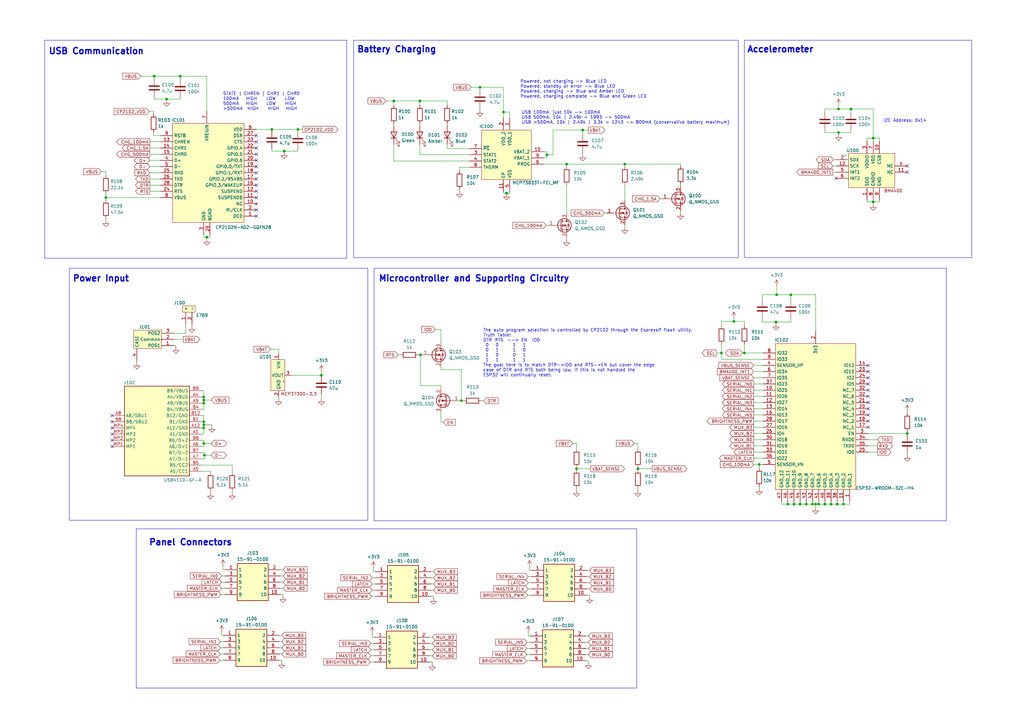
<source format=kicad_sch>
(kicad_sch (version 20230121) (generator eeschema)
  (paper "A3")
  (title_block (title "Main Microcontroller and Power") (rev "V1.0"))
  (junction (at 83.566 181.864))
  (junction (at 207.772 79.248))
  (junction (at 324.358 120.904))
  (junction (at 196.85 35.814))
  (junction (at 330.708 206.756))
  (junction (at 236.474 192.278))
  (junction (at 311.404 190.5))
  (junction (at 83.566 174.244))
  (junction (at 239.014 53.34))
  (junction (at 295.91 144.78))
  (junction (at 343.916 54.356))
  (junction (at 323.088 206.756))
  (junction (at 261.62 192.278))
  (junction (at 161.544 41.402))
  (junction (at 206.502 45.974))
  (junction (at 63.246 31.242))
  (junction (at 116.586 61.976))
  (junction (at 84.836 97.282))
  (junction (at 83.82 186.69))
  (junction (at 338.328 206.756))
  (junction (at 358.14 82.804))
  (junction (at 348.996 44.704))
  (junction (at 318.262 132.08))
  (junction (at 318.516 120.904))
  (junction (at 232.41 67.31))
  (junction (at 131.826 153.924))
  (junction (at 345.948 206.756))
  (junction (at 343.916 44.704))
  (junction (at 43.434 81.026))
  (junction (at 83.566 172.974))
  (junction (at 172.466 145.542))
  (junction (at 305.308 144.78))
  (junction (at 334.518 206.756))
  (junction (at 224.282 63.5))
  (junction (at 68.326 40.64))
  (junction (at 300.99 131.826))
  (junction (at 172.212 41.402))
  (junction (at 328.168 206.756))
  (junction (at 372.11 177.8))
  (junction (at 333.248 206.756))
  (junction (at 73.914 31.242))
  (junction (at 111.506 53.086))
  (junction (at 83.566 175.514))
  (junction (at 122.174 53.086))
  (junction (at 83.566 164.084))
  (junction (at 83.566 162.814))
  (junction (at 325.628 206.756))
  (junction (at 358.14 56.642))
  (junction (at 335.788 206.756))
  (junction (at 83.566 165.354))
  (junction (at 189.23 164.338))
  (junction (at 256.286 67.31))
  (junction (at 343.408 206.756))
  (junction (at 340.868 206.756))
  (no_connect (at 45.974 178.054))
  (no_connect (at 105.156 65.786))
  (no_connect (at 105.156 70.866))
  (no_connect (at 356.108 167.64))
  (no_connect (at 356.108 165.1))
  (no_connect (at 356.108 157.48))
  (no_connect (at 105.156 63.246))
  (no_connect (at 45.974 172.974))
  (no_connect (at 356.108 172.72))
  (no_connect (at 45.974 180.594))
  (no_connect (at 372.11 70.612))
  (no_connect (at 356.108 170.18))
  (no_connect (at 105.156 55.626))
  (no_connect (at 105.156 58.166))
  (no_connect (at 356.108 154.94))
  (no_connect (at 356.108 160.02))
  (no_connect (at 356.108 162.56))
  (no_connect (at 105.156 68.326))
  (no_connect (at 105.156 88.646))
  (no_connect (at 105.156 75.946))
  (no_connect (at 356.108 175.26))
  (no_connect (at 105.156 78.486))
  (no_connect (at 342.9 73.152))
  (no_connect (at 45.974 183.134))
  (no_connect (at 105.156 81.026))
  (no_connect (at 45.974 170.434))
  (no_connect (at 105.156 73.406))
  (no_connect (at 356.108 149.86))
  (no_connect (at 105.156 60.706))
  (no_connect (at 105.156 86.106))
  (no_connect (at 45.974 175.514))
  (no_connect (at 372.11 68.072))
  (no_connect (at 356.108 152.4))
  (wire (pts (xy 239.014 53.34) (xy 226.822 53.34)))
  (wire (pts (xy 176.784 239.522) (xy 177.8 239.522)))
  (wire (pts (xy 312.674 130.556) (xy 312.674 132.08)))
  (wire (pts (xy 309.118 149.86) (xy 312.928 149.86)))
  (wire (pts (xy 309.118 185.42) (xy 312.928 185.42)))
  (wire (pts (xy 216.662 260.858) (xy 217.424 260.858)))
  (wire (pts (xy 83.82 186.69) (xy 83.82 188.214)))
  (wire (pts (xy 240.792 241.554) (xy 241.808 241.554)))
  (wire (pts (xy 151.892 271.526) (xy 153.416 271.526)))
  (wire (pts (xy 343.916 43.18) (xy 343.916 44.704)))
  (wire (pts (xy 177.292 271.526) (xy 176.276 271.526)))
  (wire (pts (xy 224.282 62.23) (xy 224.282 63.5)))
  (wire (pts (xy 256.286 75.946) (xy 256.286 82.296)))
  (wire (pts (xy 356.108 180.34) (xy 359.918 180.34)))
  (wire (pts (xy 116.078 244.602) (xy 116.078 243.84)))
  (wire (pts (xy 95.25 190.754) (xy 95.25 193.802)))
  (wire (pts (xy 83.82 188.214) (xy 82.804 188.214)))
  (wire (pts (xy 333.248 206.756) (xy 330.708 206.756)))
  (wire (pts (xy 111.506 61.976) (xy 116.586 61.976)))
  (wire (pts (xy 348.488 206.756) (xy 345.948 206.756)))
  (wire (pts (xy 62.992 55.626) (xy 62.992 54.356)))
  (wire (pts (xy 111.506 53.086) (xy 111.506 53.594)))
  (wire (pts (xy 83.566 164.084) (xy 86.614 164.084)))
  (wire (pts (xy 189.23 164.338) (xy 189.992 164.338)))
  (wire (pts (xy 309.118 172.72) (xy 312.928 172.72)))
  (wire (pts (xy 206.502 48.26) (xy 206.502 45.974)))
  (wire (pts (xy 216.408 244.094) (xy 217.932 244.094)))
  (wire (pts (xy 83.82 185.674) (xy 83.82 186.69)))
  (wire (pts (xy 61.468 68.326) (xy 65.786 68.326)))
  (wire (pts (xy 161.544 59.182) (xy 161.544 66.04)))
  (wire (pts (xy 279.146 67.31) (xy 279.146 68.072)))
  (wire (pts (xy 82.804 160.274) (xy 83.566 160.274)))
  (wire (pts (xy 358.14 82.804) (xy 358.14 83.82)))
  (wire (pts (xy 110.998 143.256) (xy 114.3 143.256)))
  (wire (pts (xy 279.146 86.614) (xy 279.146 87.376)))
  (wire (pts (xy 232.41 67.31) (xy 256.286 67.31)))
  (wire (pts (xy 111.506 61.214) (xy 111.506 61.976)))
  (wire (pts (xy 183.388 43.18) (xy 183.388 41.402)))
  (wire (pts (xy 348.996 53.594) (xy 348.996 54.356)))
  (wire (pts (xy 209.042 45.974) (xy 206.502 45.974)))
  (wire (pts (xy 206.502 78.74) (xy 206.502 79.248)))
  (wire (pts (xy 131.826 152.4) (xy 131.826 153.924)))
  (wire (pts (xy 223.012 67.31) (xy 232.41 67.31)))
  (wire (pts (xy 333.248 205.74) (xy 333.248 206.756)))
  (wire (pts (xy 224.282 62.23) (xy 223.012 62.23)))
  (wire (pts (xy 309.118 167.64) (xy 312.928 167.64)))
  (wire (pts (xy 61.214 45.72) (xy 62.992 45.72)))
  (wire (pts (xy 320.548 206.756) (xy 323.088 206.756)))
  (wire (pts (xy 86.36 193.802) (xy 86.36 193.294)))
  (wire (pts (xy 115.062 238.76) (xy 116.078 238.76)))
  (wire (pts (xy 180.848 169.418) (xy 180.848 173.228)))
  (wire (pts (xy 338.328 53.594) (xy 338.328 54.356)))
  (wire (pts (xy 176.784 236.982) (xy 177.8 236.982)))
  (wire (pts (xy 61.468 70.866) (xy 65.786 70.866)))
  (wire (pts (xy 343.408 205.74) (xy 343.408 206.756)))
  (wire (pts (xy 345.948 205.74) (xy 345.948 206.756)))
  (wire (pts (xy 73.914 40.64) (xy 68.326 40.64)))
  (wire (pts (xy 300.99 131.826) (xy 300.99 130.556)))
  (wire (pts (xy 209.042 79.248) (xy 207.772 79.248)))
  (wire (pts (xy 152.654 236.982) (xy 153.924 236.982)))
  (wire (pts (xy 115.062 241.3) (xy 116.078 241.3)))
  (wire (pts (xy 115.062 233.68) (xy 116.078 233.68)))
  (wire (pts (xy 57.658 31.242) (xy 63.246 31.242)))
  (wire (pts (xy 83.566 167.894) (xy 83.566 165.354)))
  (wire (pts (xy 158.242 41.402) (xy 161.544 41.402)))
  (wire (pts (xy 71.374 136.652) (xy 76.2 136.652)))
  (wire (pts (xy 236.474 192.278) (xy 236.474 192.786)))
  (wire (pts (xy 355.6 57.912) (xy 355.6 56.642)))
  (wire (pts (xy 86.36 201.422) (xy 86.36 202.184)))
  (wire (pts (xy 360.68 82.804) (xy 358.14 82.804)))
  (wire (pts (xy 239.014 62.738) (xy 239.014 63.5)))
  (wire (pts (xy 115.57 270.764) (xy 114.554 270.764)))
  (wire (pts (xy 295.91 147.32) (xy 312.928 147.32)))
  (wire (pts (xy 71.374 139.192) (xy 75.184 139.192)))
  (wire (pts (xy 183.388 50.8) (xy 183.388 51.562)))
  (wire (pts (xy 196.85 35.814) (xy 206.502 35.814)))
  (wire (pts (xy 325.628 205.74) (xy 325.628 206.756)))
  (wire (pts (xy 309.118 160.02) (xy 312.928 160.02)))
  (wire (pts (xy 305.308 133.604) (xy 305.308 131.826)))
  (wire (pts (xy 65.786 55.626) (xy 62.992 55.626)))
  (wire (pts (xy 232.41 67.31) (xy 232.41 68.326)))
  (wire (pts (xy 180.848 151.638) (xy 189.23 151.638)))
  (wire (pts (xy 171.704 145.542) (xy 172.466 145.542)))
  (wire (pts (xy 83.566 97.282) (xy 84.836 97.282)))
  (wire (pts (xy 304.546 144.78) (xy 305.308 144.78)))
  (wire (pts (xy 355.6 56.642) (xy 358.14 56.642)))
  (wire (pts (xy 177.8 245.364) (xy 177.8 244.602)))
  (wire (pts (xy 330.708 206.756) (xy 328.168 206.756)))
  (wire (pts (xy 343.916 44.704) (xy 348.996 44.704)))
  (wire (pts (xy 114.554 263.144) (xy 115.57 263.144)))
  (wire (pts (xy 261.62 181.864) (xy 260.096 181.864)))
  (wire (pts (xy 82.804 170.434) (xy 83.566 170.434)))
  (wire (pts (xy 341.884 65.532) (xy 342.9 65.532)))
  (wire (pts (xy 90.424 265.684) (xy 91.694 265.684)))
  (wire (pts (xy 295.91 144.78) (xy 295.91 147.32)))
  (wire (pts (xy 71.374 141.732) (xy 72.136 141.732)))
  (wire (pts (xy 360.68 57.912) (xy 360.68 56.642)))
  (wire (pts (xy 338.328 44.704) (xy 343.916 44.704)))
  (wire (pts (xy 338.328 54.356) (xy 343.916 54.356)))
  (wire (pts (xy 172.212 59.182) (xy 172.212 63.5)))
  (wire (pts (xy 242.316 192.278) (xy 236.474 192.278)))
  (wire (pts (xy 161.544 41.402) (xy 161.544 43.18)))
  (wire (pts (xy 236.474 200.406) (xy 236.474 201.168)))
  (wire (pts (xy 43.434 81.026) (xy 43.434 82.042)))
  (wire (pts (xy 241.808 244.856) (xy 241.808 244.094)))
  (wire (pts (xy 241.3 271.018) (xy 240.284 271.018)))
  (wire (pts (xy 372.11 185.928) (xy 372.11 186.69)))
  (wire (pts (xy 345.948 206.756) (xy 343.408 206.756)))
  (wire (pts (xy 86.868 174.244) (xy 83.566 174.244)))
  (wire (pts (xy 83.566 174.244) (xy 83.566 175.514)))
  (wire (pts (xy 114.554 268.224) (xy 115.57 268.224)))
  (wire (pts (xy 330.708 205.74) (xy 330.708 206.756)))
  (wire (pts (xy 83.566 183.134) (xy 82.804 183.134)))
  (wire (pts (xy 152.654 242.062) (xy 153.924 242.062)))
  (wire (pts (xy 180.848 140.462) (xy 180.848 135.128)))
  (wire (pts (xy 176.276 266.446) (xy 177.292 266.446)))
  (wire (pts (xy 176.276 261.366) (xy 177.292 261.366)))
  (wire (pts (xy 177.292 272.288) (xy 177.292 271.526)))
  (wire (pts (xy 61.468 63.246) (xy 65.786 63.246)))
  (wire (pts (xy 61.468 75.946) (xy 65.786 75.946)))
  (wire (pts (xy 84.836 97.282) (xy 84.836 98.044)))
  (wire (pts (xy 206.502 35.814) (xy 206.502 45.974)))
  (wire (pts (xy 240.792 233.934) (xy 241.808 233.934)))
  (wire (pts (xy 360.68 82.042) (xy 360.68 82.804)))
  (wire (pts (xy 217.17 232.41) (xy 217.17 233.934)))
  (wire (pts (xy 176.784 234.442) (xy 177.8 234.442)))
  (wire (pts (xy 239.014 55.118) (xy 239.014 53.34)))
  (wire (pts (xy 216.154 263.398) (xy 217.424 263.398)))
  (wire (pts (xy 241.808 244.094) (xy 240.792 244.094)))
  (wire (pts (xy 172.466 158.242) (xy 180.848 158.242)))
  (wire (pts (xy 236.474 184.15) (xy 236.474 181.864)))
  (wire (pts (xy 309.118 162.56) (xy 312.928 162.56)))
  (wire (pts (xy 90.932 260.604) (xy 91.694 260.604)))
  (wire (pts (xy 86.36 193.294) (xy 82.804 193.294)))
  (wire (pts (xy 240.792 236.474) (xy 241.808 236.474)))
  (wire (pts (xy 62.992 45.72) (xy 62.992 46.736)))
  (wire (pts (xy 188.468 77.724) (xy 188.468 78.486)))
  (wire (pts (xy 356.108 182.88) (xy 359.918 182.88)))
  (wire (pts (xy 172.466 158.242) (xy 172.466 145.542)))
  (wire (pts (xy 309.118 180.34) (xy 312.928 180.34)))
  (wire (pts (xy 270.764 81.534) (xy 271.526 81.534)))
  (wire (pts (xy 324.358 120.904) (xy 334.518 120.904)))
  (wire (pts (xy 43.434 89.662) (xy 43.434 90.424)))
  (wire (pts (xy 236.474 191.77) (xy 236.474 192.278)))
  (wire (pts (xy 309.118 177.8) (xy 312.928 177.8)))
  (wire (pts (xy 114.3 143.256) (xy 114.3 145.034)))
  (wire (pts (xy 90.932 238.76) (xy 92.202 238.76)))
  (wire (pts (xy 122.174 53.848) (xy 122.174 53.086)))
  (wire (pts (xy 241.3 271.78) (xy 241.3 271.018)))
  (wire (pts (xy 82.804 190.754) (xy 95.25 190.754)))
  (wire (pts (xy 324.358 122.936) (xy 324.358 120.904)))
  (wire (pts (xy 247.904 87.376) (xy 248.666 87.376)))
  (wire (pts (xy 176.276 268.986) (xy 177.292 268.986)))
  (wire (pts (xy 358.14 82.804) (xy 358.14 82.042)))
  (wire (pts (xy 82.804 178.054) (xy 83.566 178.054)))
  (wire (pts (xy 68.326 40.64) (xy 68.326 41.148)))
  (wire (pts (xy 83.566 172.974) (xy 83.566 174.244)))
  (wire (pts (xy 183.388 60.96) (xy 192.532 60.96)))
  (wire (pts (xy 338.328 205.74) (xy 338.328 206.756)))
  (wire (pts (xy 180.848 158.242) (xy 180.848 159.258)))
  (wire (pts (xy 309.118 154.94) (xy 312.928 154.94)))
  (wire (pts (xy 83.566 96.266) (xy 83.566 97.282)))
  (wire (pts (xy 82.804 175.514) (xy 83.566 175.514)))
  (wire (pts (xy 240.284 263.398) (xy 241.3 263.398)))
  (wire (pts (xy 176.784 242.062) (xy 177.8 242.062)))
  (wire (pts (xy 86.106 97.282) (xy 84.836 97.282)))
  (wire (pts (xy 224.282 63.5) (xy 224.282 64.77)))
  (wire (pts (xy 83.566 162.814) (xy 83.566 164.084)))
  (wire (pts (xy 305.308 141.224) (xy 305.308 144.78)))
  (wire (pts (xy 83.82 186.69) (xy 86.614 186.69)))
  (wire (pts (xy 172.212 43.18) (xy 172.212 41.402)))
  (wire (pts (xy 83.566 160.274) (xy 83.566 162.814)))
  (wire (pts (xy 188.468 68.58) (xy 188.468 70.104)))
  (wire (pts (xy 161.544 66.04) (xy 192.532 66.04)))
  (wire (pts (xy 41.656 70.358) (xy 43.434 70.358)))
  (wire (pts (xy 338.328 206.756) (xy 335.788 206.756)))
  (wire (pts (xy 305.308 144.78) (xy 312.928 144.78)))
  (wire (pts (xy 83.566 180.594) (xy 83.566 181.864)))
  (wire (pts (xy 131.826 153.924) (xy 131.826 154.178)))
  (wire (pts (xy 152.654 259.842) (xy 152.654 261.366)))
  (wire (pts (xy 86.868 174.752) (xy 86.868 174.244)))
  (wire (pts (xy 176.276 263.906) (xy 177.292 263.906)))
  (wire (pts (xy 318.516 120.904) (xy 324.358 120.904)))
  (wire (pts (xy 372.11 177.8) (xy 372.11 178.308)))
  (wire (pts (xy 115.062 236.22) (xy 116.078 236.22)))
  (wire (pts (xy 334.518 120.904) (xy 334.518 135.89)))
  (wire (pts (xy 84.836 45.466) (xy 84.836 31.242)))
  (wire (pts (xy 65.786 81.026) (xy 43.434 81.026)))
  (wire (pts (xy 83.566 172.974) (xy 82.804 172.974)))
  (wire (pts (xy 261.62 200.406) (xy 261.62 201.168)))
  (wire (pts (xy 63.246 39.878) (xy 63.246 40.64)))
  (wire (pts (xy 152.146 266.446) (xy 153.416 266.446)))
  (wire (pts (xy 119.38 153.924) (xy 131.826 153.924)))
  (wire (pts (xy 153.162 234.442) (xy 153.924 234.442)))
  (wire (pts (xy 309.118 182.88) (xy 312.928 182.88)))
  (wire (pts (xy 232.41 75.946) (xy 232.41 87.376)))
  (wire (pts (xy 188.468 164.338) (xy 189.23 164.338)))
  (wire (pts (xy 189.23 151.638) (xy 189.23 164.338)))
  (wire (pts (xy 312.674 122.936) (xy 312.674 120.904)))
  (wire (pts (xy 256.286 67.31) (xy 256.286 68.326)))
  (wire (pts (xy 83.566 170.434) (xy 83.566 172.974)))
  (wire (pts (xy 209.042 78.74) (xy 209.042 79.248)))
  (wire (pts (xy 115.57 271.526) (xy 115.57 270.764)))
  (wire (pts (xy 295.91 141.224) (xy 295.91 144.78)))
  (wire (pts (xy 226.822 53.34) (xy 226.822 63.5)))
  (wire (pts (xy 309.118 190.5) (xy 311.404 190.5)))
  (wire (pts (xy 325.628 206.756) (xy 323.088 206.756)))
  (wire (pts (xy 328.168 206.756) (xy 325.628 206.756)))
  (wire (pts (xy 172.212 63.5) (xy 192.532 63.5)))
  (wire (pts (xy 334.518 206.756) (xy 335.788 206.756)))
  (wire (pts (xy 335.788 205.74) (xy 335.788 206.756)))
  (wire (pts (xy 83.566 178.054) (xy 83.566 175.514)))
  (wire (pts (xy 207.772 79.248) (xy 207.772 79.502)))
  (wire (pts (xy 372.11 168.656) (xy 372.11 169.418)))
  (wire (pts (xy 180.848 150.622) (xy 180.848 151.638)))
  (wire (pts (xy 90.17 270.764) (xy 91.694 270.764)))
  (wire (pts (xy 348.996 44.704) (xy 348.996 45.974)))
  (wire (pts (xy 216.662 259.334) (xy 216.662 260.858)))
  (wire (pts (xy 323.088 206.756) (xy 323.088 205.74)))
  (wire (pts (xy 131.826 161.798) (xy 131.826 163.576)))
  (wire (pts (xy 95.25 201.422) (xy 95.25 202.184)))
  (wire (pts (xy 90.932 241.3) (xy 92.202 241.3)))
  (wire (pts (xy 86.106 96.266) (xy 86.106 97.282)))
  (wire (pts (xy 240.284 265.938) (xy 241.3 265.938)))
  (wire (pts (xy 90.424 268.224) (xy 91.694 268.224)))
  (wire (pts (xy 318.262 132.08) (xy 318.262 132.842)))
  (wire (pts (xy 340.868 206.756) (xy 343.408 206.756)))
  (wire (pts (xy 183.388 59.182) (xy 183.388 60.96)))
  (wire (pts (xy 356.108 185.42) (xy 359.918 185.42)))
  (wire (pts (xy 358.14 56.642) (xy 360.68 56.642)))
  (wire (pts (xy 114.554 260.604) (xy 115.57 260.604)))
  (wire (pts (xy 240.284 260.858) (xy 241.3 260.858)))
  (wire (pts (xy 116.078 243.84) (xy 115.062 243.84)))
  (wire (pts (xy 358.14 44.704) (xy 348.996 44.704)))
  (wire (pts (xy 215.9 271.018) (xy 217.424 271.018)))
  (wire (pts (xy 295.91 131.826) (xy 300.99 131.826)))
  (wire (pts (xy 295.91 133.604) (xy 295.91 131.826)))
  (wire (pts (xy 83.566 162.814) (xy 82.804 162.814)))
  (wire (pts (xy 358.14 44.704) (xy 358.14 56.642)))
  (wire (pts (xy 305.308 131.826) (xy 300.99 131.826)))
  (wire (pts (xy 309.118 170.18) (xy 312.928 170.18)))
  (wire (pts (xy 261.62 191.77) (xy 261.62 192.278)))
  (wire (pts (xy 267.462 192.278) (xy 261.62 192.278)))
  (wire (pts (xy 83.566 165.354) (xy 82.804 165.354)))
  (wire (pts (xy 309.118 187.96) (xy 312.928 187.96)))
  (wire (pts (xy 309.118 157.48) (xy 312.928 157.48)))
  (wire (pts (xy 152.654 261.366) (xy 153.416 261.366)))
  (wire (pts (xy 343.916 54.356) (xy 343.916 55.118)))
  (wire (pts (xy 122.174 53.086) (xy 111.506 53.086)))
  (wire (pts (xy 356.108 177.8) (xy 372.11 177.8)))
  (wire (pts (xy 83.566 164.084) (xy 83.566 165.354)))
  (wire (pts (xy 90.678 243.84) (xy 92.202 243.84)))
  (wire (pts (xy 309.118 165.1) (xy 312.928 165.1)))
  (wire (pts (xy 328.168 205.74) (xy 328.168 206.756)))
  (wire (pts (xy 177.8 244.602) (xy 176.784 244.602)))
  (wire (pts (xy 309.118 175.26) (xy 312.928 175.26)))
  (wire (pts (xy 91.44 232.156) (xy 91.44 233.68)))
  (wire (pts (xy 161.544 41.402) (xy 172.212 41.402)))
  (wire (pts (xy 172.466 145.542) (xy 173.228 145.542)))
  (wire (pts (xy 122.174 53.086) (xy 124.206 53.086)))
  (wire (pts (xy 63.246 40.64) (xy 68.326 40.64)))
  (wire (pts (xy 261.62 184.15) (xy 261.62 181.864)))
  (wire (pts (xy 76.2 136.652) (xy 76.2 133.096)))
  (wire (pts (xy 61.468 65.786) (xy 65.786 65.786)))
  (wire (pts (xy 63.246 31.242) (xy 63.246 32.258)))
  (wire (pts (xy 163.322 145.542) (xy 164.084 145.542)))
  (wire (pts (xy 341.63 70.612) (xy 342.9 70.612)))
  (wire (pts (xy 82.804 180.594) (xy 83.566 180.594)))
  (wire (pts (xy 311.404 190.5) (xy 312.928 190.5)))
  (wire (pts (xy 209.042 48.26) (xy 209.042 45.974)))
  (wire (pts (xy 340.868 205.74) (xy 340.868 206.756)))
  (wire (pts (xy 197.612 164.338) (xy 198.374 164.338)))
  (wire (pts (xy 206.502 79.248) (xy 207.772 79.248)))
  (wire (pts (xy 91.44 233.68) (xy 92.202 233.68)))
  (wire (pts (xy 90.932 259.08) (xy 90.932 260.604)))
  (wire (pts (xy 161.544 50.8) (xy 161.544 51.562)))
  (wire (pts (xy 78.74 133.096) (xy 78.74 133.858)))
  (wire (pts (xy 90.932 236.22) (xy 92.202 236.22)))
  (wire (pts (xy 240.792 239.014) (xy 241.808 239.014)))
  (wire (pts (xy 318.516 117.348) (xy 318.516 120.904)))
  (wire (pts (xy 122.174 61.976) (xy 116.586 61.976)))
  (wire (pts (xy 224.028 92.456) (xy 224.79 92.456)))
  (wire (pts (xy 82.804 167.894) (xy 83.566 167.894)))
  (wire (pts (xy 348.996 54.356) (xy 343.916 54.356)))
  (wire (pts (xy 216.154 265.938) (xy 217.424 265.938)))
  (wire (pts (xy 217.17 233.934) (xy 217.932 233.934)))
  (wire (pts (xy 240.284 268.478) (xy 241.3 268.478)))
  (wire (pts (xy 355.6 82.042) (xy 355.6 82.804)))
  (wire (pts (xy 279.146 75.692) (xy 279.146 76.454)))
  (wire (pts (xy 73.914 40.132) (xy 73.914 40.64)))
  (wire (pts (xy 84.836 31.242) (xy 73.914 31.242)))
  (wire (pts (xy 293.878 144.78) (xy 295.91 144.78)))
  (wire (pts (xy 358.14 56.642) (xy 358.14 57.912)))
  (wire (pts (xy 153.162 232.918) (xy 153.162 234.442)))
  (wire (pts (xy 172.212 41.402) (xy 183.388 41.402)))
  (wire (pts (xy 116.586 61.976) (xy 116.586 62.484)))
  (wire (pts (xy 324.358 130.556) (xy 324.358 132.08)))
  (wire (pts (xy 82.804 185.674) (xy 83.82 185.674)))
  (wire (pts (xy 256.286 67.31) (xy 279.146 67.31)))
  (wire (pts (xy 226.822 63.5) (xy 224.282 63.5)))
  (wire (pts (xy 73.914 31.242) (xy 63.246 31.242)))
  (wire (pts (xy 61.468 58.166) (xy 65.786 58.166)))
  (wire (pts (xy 43.434 79.502) (xy 43.434 81.026)))
  (wire (pts (xy 256.286 92.456) (xy 256.286 93.218)))
  (wire (pts (xy 239.014 53.34) (xy 241.3 53.34)))
  (wire (pts (xy 341.63 68.072) (xy 342.9 68.072)))
  (wire (pts (xy 312.674 132.08) (xy 318.262 132.08)))
  (wire (pts (xy 196.85 36.83) (xy 196.85 35.814)))
  (wire (pts (xy 180.848 173.228) (xy 181.864 173.228)))
  (wire (pts (xy 83.566 181.864) (xy 83.566 183.134)))
  (wire (pts (xy 216.662 239.014) (xy 217.932 239.014)))
  (wire (pts (xy 152.146 268.986) (xy 153.416 268.986)))
  (wire (pts (xy 56.134 148.082) (xy 56.134 148.844)))
  (wire (pts (xy 193.294 35.814) (xy 196.85 35.814)))
  (wire (pts (xy 312.674 120.904) (xy 318.516 120.904)))
  (wire (pts (xy 309.118 152.4) (xy 312.928 152.4)))
  (wire (pts (xy 355.6 82.804) (xy 358.14 82.804)))
  (wire (pts (xy 73.914 32.512) (xy 73.914 31.242)))
  (wire (pts (xy 152.654 239.522) (xy 153.924 239.522)))
  (wire (pts (xy 105.156 53.086) (xy 111.506 53.086)))
  (wire (pts (xy 61.468 78.486) (xy 65.786 78.486)))
  (wire (pts (xy 122.174 61.468) (xy 122.174 61.976)))
  (wire (pts (xy 216.662 236.474) (xy 217.932 236.474)))
  (wire (pts (xy 196.85 44.45) (xy 196.85 45.212)))
  (wire (pts (xy 72.136 141.732) (xy 72.136 142.494)))
  (wire (pts (xy 61.468 60.706) (xy 65.786 60.706)))
  (wire (pts (xy 311.404 199.644) (xy 311.404 200.406)))
  (wire (pts (xy 348.488 205.74) (xy 348.488 206.756)))
  (wire (pts (xy 114.554 265.684) (xy 115.57 265.684)))
  (wire (pts (xy 172.212 50.8) (xy 172.212 51.562)))
  (wire (pts (xy 61.468 73.406) (xy 65.786 73.406)))
  (wire (pts (xy 180.848 135.128) (xy 178.562 135.128)))
  (wire (pts (xy 90.424 263.144) (xy 91.694 263.144)))
  (wire (pts (xy 320.548 205.74) (xy 320.548 206.756)))
  (wire (pts (xy 338.328 45.974) (xy 338.328 44.704)))
  (wire (pts (xy 311.404 190.5) (xy 311.404 192.024)))
  (wire (pts (xy 43.434 70.358) (xy 43.434 71.882)))
  (wire (pts (xy 152.4 244.602) (xy 153.924 244.602)))
  (wire (pts (xy 333.248 206.756) (xy 334.518 206.756)))
  (wire (pts (xy 114.3 162.814) (xy 114.3 163.576)))
  (wire (pts (xy 152.146 263.906) (xy 153.416 263.906)))
  (wire (pts (xy 261.62 192.278) (xy 261.62 192.786)))
  (wire (pts (xy 236.474 181.864) (xy 234.95 181.864)))
  (wire (pts (xy 334.518 208.28) (xy 334.518 206.756)))
  (wire (pts (xy 216.662 241.554) (xy 217.932 241.554)))
  (wire (pts (xy 372.11 177.038) (xy 372.11 177.8)))
  (wire (pts (xy 192.532 68.58) (xy 188.468 68.58)))
  (wire (pts (xy 338.328 206.756) (xy 340.868 206.756)))
  (wire (pts (xy 223.012 64.77) (xy 224.282 64.77)))
  (wire (pts (xy 83.566 181.864) (xy 86.614 181.864)))
  (wire (pts (xy 216.154 268.478) (xy 217.424 268.478)))
  (wire (pts (xy 324.358 132.08) (xy 318.262 132.08)))
  (wire (pts (xy 232.41 97.536) (xy 232.41 98.298)))
  (rectangle (start 305.308 16.51) (end 398.526 105.664))
  (rectangle (start 28.448 109.982) (end 150.876 213.36))
  (rectangle (start 153.416 109.982) (end 388.112 213.614))
  (rectangle (start 55.88 216.916) (end 261.112 282.194))
  (rectangle (start 18.288 16.51) (end 142.24 105.918))
  (rectangle (start 145.034 16.51) (end 302.768 105.664))
  (text "USB Communication" (at 19.812 22.606 0) (effects (font (size 2.54 2.54) (thickness 0.508) bold) (justify left bottom)))
  (text "Accelerometer" (at 306.324 21.844 0) (effects (font (size 2.54 2.54) (thickness 0.508) bold) (justify left bottom)))
  (text "Microcontroller and Supporting Circuitry" (at 155.194 115.824 0) (effects (font (size 2.54 2.54) (thickness 0.508) bold) (justify left bottom)))
  (text "USB 100mA, just 10k -> 100mA\nUSB 500mA, 10k | 2.49k = 1993 -> 500mA\nUSB >500mA, 10k | 2.49k | 3.3k = 1243 -> 800mA (conservative battery maximum)" (at 213.868 51.054 0) (effects (font (size 1.27 1.27)) (justify left bottom)))
  (text "Battery Charging" (at 146.304 21.844 0) (effects (font (size 2.54 2.54) (thickness 0.508) bold) (justify left bottom)))
  (text "Panel Connectors" (at 60.96 224.028 0) (effects (font (size 2.54 2.54) (thickness 0.508) bold) (justify left bottom)))
  (text "Power Input" (at 29.718 115.824 0) (effects (font (size 2.54 2.54) (thickness 0.508) bold) (justify left bottom)))
  (text "Powered, not charging -> Blue LED\nPowered, standby or error -> Blue LED\nPowered, charging -> Blue and Amber LED\nPowered, charging complete -> Blue and Green LED\n" (at 213.36 40.386 0) (effects (font (size 1.27 1.27)) (justify left bottom)))
  (text "I2C Address: 0x14" (at 362.204 50.292 0) (effects (font (size 1.27 1.27)) (justify left bottom)))
  (text "STATE | CHREN | CHR1 | CHR0\n100mA   HIGH    LOW    LOW\n500mA   HIGH    LOW    HIGH\n>500mA  HIGH    HIGH   HIGH\n  " (at 91.44 47.498 0) (effects (font (size 1.27 1.27)) (justify left bottom)))
  (text "The auto program selection is controlled by CP2102 through the Espressif flash utility.\nTruth Table:\nDTR	RTS	--> EN	IO0\n 0   0      1   1\n 0   1      1   0\n 1   0      0   1\n 1   1      1   1\nThe goal here is to match DTR->IO0 and RTS->EN but cover the edge\ncase of DTR and RTS both being low, if this is not handled the \nESP32 will continually reset." (at 198.12 154.686 0) (effects (font (size 1.27 1.27)) (justify left bottom)))
  (global_label "DTR" (shape input) (at 198.374 164.338 0) (property "Intersheetrefs" "${INTERSHEET_REFS}" (effects hide)))
  (global_label "BRIGHTNESS_PWM" (shape output) (at 309.118 172.72 180) (property "Intersheetrefs" "${INTERSHEET_REFS}" (effects hide)))
  (global_label "MASTER_CLK" (shape input) (at 152.146 268.986 180) (property "Intersheetrefs" "${INTERSHEET_REFS}" (effects hide)))
  (global_label "CHG_100mA" (shape input) (at 224.028 92.456 180) (property "Intersheetrefs" "${INTERSHEET_REFS}" (effects hide)))
  (global_label "BMA400_INT1" (shape input) (at 309.118 152.4 180) (property "Intersheetrefs" "${INTERSHEET_REFS}" (effects hide)))
  (global_label "MUX_B1" (shape output) (at 309.118 182.88 180) (property "Intersheetrefs" "${INTERSHEET_REFS}" (effects hide)))
  (global_label "SERIAL_IN5" (shape input) (at 216.154 263.398 180) (property "Intersheetrefs" "${INTERSHEET_REFS}" (effects hide)))
  (global_label "MUX_B1" (shape input) (at 177.8 239.522 0) (property "Intersheetrefs" "${INTERSHEET_REFS}" (effects hide)))
  (global_label "MUX_B2" (shape input) (at 177.8 236.982 0) (property "Intersheetrefs" "${INTERSHEET_REFS}" (effects hide)))
  (global_label "BMA400_INT1" (shape output) (at 341.63 70.612 180) (property "Intersheetrefs" "${INTERSHEET_REFS}" (effects hide)))
  (global_label "LATCH" (shape input) (at 152.146 266.446 180) (property "Intersheetrefs" "${INTERSHEET_REFS}" (effects hide)))
  (global_label "IO0" (shape input) (at 178.562 135.128 180) (property "Intersheetrefs" "${INTERSHEET_REFS}" (effects hide)))
  (global_label "RXD" (shape output) (at 359.918 182.88 0) (property "Intersheetrefs" "${INTERSHEET_REFS}" (effects hide)))
  (global_label "MASTER_CLK" (shape output) (at 309.118 187.96 180) (property "Intersheetrefs" "${INTERSHEET_REFS}" (effects hide)))
  (global_label "MUX_B2" (shape input) (at 177.292 263.906 0) (property "Intersheetrefs" "${INTERSHEET_REFS}" (effects hide)))
  (global_label "MUX_B2" (shape input) (at 241.808 236.474 0) (property "Intersheetrefs" "${INTERSHEET_REFS}" (effects hide)))
  (global_label "SERIAL_IN5" (shape output) (at 309.118 170.18 180) (property "Intersheetrefs" "${INTERSHEET_REFS}" (effects hide)))
  (global_label "MUX_B1" (shape input) (at 116.078 238.76 0) (property "Intersheetrefs" "${INTERSHEET_REFS}" (effects hide)))
  (global_label "BRIGHTNESS_PWM" (shape input) (at 152.4 244.602 180) (property "Intersheetrefs" "${INTERSHEET_REFS}" (effects hide)))
  (global_label "MUX_B0" (shape input) (at 115.57 268.224 0) (property "Intersheetrefs" "${INTERSHEET_REFS}" (effects hide)))
  (global_label "MUX_B0" (shape input) (at 177.8 242.062 0) (property "Intersheetrefs" "${INTERSHEET_REFS}" (effects hide)))
  (global_label "MUX_B3" (shape input) (at 116.078 233.68 0) (property "Intersheetrefs" "${INTERSHEET_REFS}" (effects hide)))
  (global_label "SERIAL_IN4" (shape output) (at 309.118 167.64 180) (property "Intersheetrefs" "${INTERSHEET_REFS}" (effects hide)))
  (global_label "MUX_B3" (shape output) (at 309.118 175.26 180) (property "Intersheetrefs" "${INTERSHEET_REFS}" (effects hide)))
  (global_label "RTS" (shape input) (at 163.322 145.542 180) (property "Intersheetrefs" "${INTERSHEET_REFS}" (effects hide)))
  (global_label "D+" (shape bidirectional) (at 86.614 181.864 0) (property "Intersheetrefs" "${INTERSHEET_REFS}" (effects hide)))
  (global_label "MUX_B0" (shape input) (at 241.3 268.478 0) (property "Intersheetrefs" "${INTERSHEET_REFS}" (effects hide)))
  (global_label "MUX_B3" (shape input) (at 241.3 260.858 0) (property "Intersheetrefs" "${INTERSHEET_REFS}" (effects hide)))
  (global_label "CHG_500mA" (shape output) (at 61.468 63.246 180) (property "Intersheetrefs" "${INTERSHEET_REFS}" (effects hide)))
  (global_label "SERIAL_IN3" (shape output) (at 309.118 165.1 180) (property "Intersheetrefs" "${INTERSHEET_REFS}" (effects hide)))
  (global_label "MUX_B0" (shape input) (at 116.078 241.3 0) (property "Intersheetrefs" "${INTERSHEET_REFS}" (effects hide)))
  (global_label "BRIGHTNESS_PWM" (shape input) (at 215.9 271.018 180) (property "Intersheetrefs" "${INTERSHEET_REFS}" (effects hide)))
  (global_label "RXD" (shape input) (at 61.468 70.866 180) (property "Intersheetrefs" "${INTERSHEET_REFS}" (effects hide)))
  (global_label "IO0" (shape output) (at 359.918 185.42 0) (property "Intersheetrefs" "${INTERSHEET_REFS}" (effects hide)))
  (global_label "CHG_100mA" (shape input) (at 309.118 190.5 180) (property "Intersheetrefs" "${INTERSHEET_REFS}" (effects hide)))
  (global_label "LATCH" (shape input) (at 90.932 238.76 180) (property "Intersheetrefs" "${INTERSHEET_REFS}" (effects hide)))
  (global_label "SERIAL_IN4" (shape input) (at 216.662 236.474 180) (property "Intersheetrefs" "${INTERSHEET_REFS}" (effects hide)))
  (global_label "VBAT" (shape output) (at 75.184 139.192 0) (property "Intersheetrefs" "${INTERSHEET_REFS}" (effects hide)))
  (global_label "SDA" (shape bidirectional) (at 304.546 144.78 180) (property "Intersheetrefs" "${INTERSHEET_REFS}" (effects hide)))
  (global_label "LATCH" (shape output) (at 309.118 185.42 180) (property "Intersheetrefs" "${INTERSHEET_REFS}" (effects hide)))
  (global_label "SCL" (shape input) (at 341.63 68.072 180) (property "Intersheetrefs" "${INTERSHEET_REFS}" (effects hide)))
  (global_label "CHG_1.5A" (shape input) (at 270.764 81.534 180) (property "Intersheetrefs" "${INTERSHEET_REFS}" (effects hide)))
  (global_label "VBUS" (shape input) (at 260.096 181.864 180) (property "Intersheetrefs" "${INTERSHEET_REFS}" (effects hide)))
  (global_label "MUX_B3" (shape input) (at 177.292 261.366 0) (property "Intersheetrefs" "${INTERSHEET_REFS}" (effects hide)))
  (global_label "SERIAL_IN3" (shape input) (at 152.146 263.906 180) (property "Intersheetrefs" "${INTERSHEET_REFS}" (effects hide)))
  (global_label "MASTER_CLK" (shape input) (at 90.932 241.3 180) (property "Intersheetrefs" "${INTERSHEET_REFS}" (effects hide)))
  (global_label "MUX_B0" (shape output) (at 309.118 180.34 180) (property "Intersheetrefs" "${INTERSHEET_REFS}" (effects hide)))
  (global_label "SERIAL_IN2" (shape input) (at 152.654 236.982 180) (property "Intersheetrefs" "${INTERSHEET_REFS}" (effects hide)))
  (global_label "D-" (shape bidirectional) (at 61.468 68.326 180) (property "Intersheetrefs" "${INTERSHEET_REFS}" (effects hide)))
  (global_label "MUX_B3" (shape input) (at 241.808 233.934 0) (property "Intersheetrefs" "${INTERSHEET_REFS}" (effects hide)))
  (global_label "LATCH" (shape input) (at 216.662 239.014 180) (property "Intersheetrefs" "${INTERSHEET_REFS}" (effects hide)))
  (global_label "MUX_B1" (shape input) (at 177.292 266.446 0) (property "Intersheetrefs" "${INTERSHEET_REFS}" (effects hide)))
  (global_label "VBAT" (shape input) (at 110.998 143.256 180) (property "Intersheetrefs" "${INTERSHEET_REFS}" (effects hide)))
  (global_label "MUX_B1" (shape input) (at 115.57 265.684 0) (property "Intersheetrefs" "${INTERSHEET_REFS}" (effects hide)))
  (global_label "VBUS_SENSE" (shape output) (at 267.462 192.278 0) (property "Intersheetrefs" "${INTERSHEET_REFS}" (effects hide)))
  (global_label "SERIAL_IN1" (shape input) (at 90.424 263.144 180) (property "Intersheetrefs" "${INTERSHEET_REFS}" (effects hide)))
  (global_label "SERIAL_IN2" (shape output) (at 309.118 162.56 180) (property "Intersheetrefs" "${INTERSHEET_REFS}" (effects hide)))
  (global_label "BRIGHTNESS_PWM" (shape input) (at 90.17 270.764 180) (property "Intersheetrefs" "${INTERSHEET_REFS}" (effects hide)))
  (global_label "CHG_500mA" (shape input) (at 247.904 87.376 180) (property "Intersheetrefs" "${INTERSHEET_REFS}" (effects hide)))
  (global_label "MASTER_CLK" (shape input) (at 152.654 242.062 180) (property "Intersheetrefs" "${INTERSHEET_REFS}" (effects hide)))
  (global_label "MUX_B1" (shape input) (at 241.3 265.938 0) (property "Intersheetrefs" "${INTERSHEET_REFS}" (effects hide)))
  (global_label "MASTER_CLK" (shape input) (at 216.662 241.554 180) (property "Intersheetrefs" "${INTERSHEET_REFS}" (effects hide)))
  (global_label "VBUS" (shape input) (at 193.294 35.814 180) (property "Intersheetrefs" "${INTERSHEET_REFS}" (effects hide)))
  (global_label "CP2102_VDD" (shape input) (at 61.214 45.72 180) (property "Intersheetrefs" "${INTERSHEET_REFS}" (effects hide)))
  (global_label "MUX_B3" (shape input) (at 177.8 234.442 0) (property "Intersheetrefs" "${INTERSHEET_REFS}" (effects hide)))
  (global_label "BRIGHTNESS_PWM" (shape input) (at 90.678 243.84 180) (property "Intersheetrefs" "${INTERSHEET_REFS}" (effects hide)))
  (global_label "CP2102_VDD" (shape output) (at 124.206 53.086 0) (property "Intersheetrefs" "${INTERSHEET_REFS}" (effects hide)))
  (global_label "MUX_B3" (shape input) (at 115.57 260.604 0) (property "Intersheetrefs" "${INTERSHEET_REFS}" (effects hide)))
  (global_label "VBUS" (shape input) (at 41.656 70.358 180) (property "Intersheetrefs" "${INTERSHEET_REFS}" (effects hide)))
  (global_label "VBAT" (shape output) (at 241.3 53.34 0) (property "Intersheetrefs" "${INTERSHEET_REFS}" (effects hide)))
  (global_label "VBUS" (shape input) (at 86.614 164.084 0) (property "Intersheetrefs" "${INTERSHEET_REFS}" (effects hide)))
  (global_label "RTS" (shape output) (at 61.468 78.486 180) (property "Intersheetrefs" "${INTERSHEET_REFS}" (effects hide)))
  (global_label "MUX_B2" (shape input) (at 116.078 236.22 0) (property "Intersheetrefs" "${INTERSHEET_REFS}" (effects hide)))
  (global_label "MUX_B2" (shape output) (at 309.118 177.8 180) (property "Intersheetrefs" "${INTERSHEET_REFS}" (effects hide)))
  (global_label "BRIGHTNESS_PWM" (shape input) (at 216.408 244.094 180) (property "Intersheetrefs" "${INTERSHEET_REFS}" (effects hide)))
  (global_label "MUX_B0" (shape input) (at 241.808 241.554 0) (property "Intersheetrefs" "${INTERSHEET_REFS}" (effects hide)))
  (global_label "VBAT" (shape input) (at 234.95 181.864 180) (property "Intersheetrefs" "${INTERSHEET_REFS}" (effects hide)))
  (global_label "VBAT_SENSE" (shape output) (at 242.316 192.278 0) (property "Intersheetrefs" "${INTERSHEET_REFS}" (effects hide)))
  (global_label "BRIGHTNESS_PWM" (shape input) (at 151.892 271.526 180) (property "Intersheetrefs" "${INTERSHEET_REFS}" (effects hide)))
  (global_label "DTR" (shape output) (at 61.468 75.946 180) (property "Intersheetrefs" "${INTERSHEET_REFS}" (effects hide)))
  (global_label "D-" (shape bidirectional) (at 86.614 186.69 0) (property "Intersheetrefs" "${INTERSHEET_REFS}" (effects hide)))
  (global_label "CHG_100mA" (shape output) (at 61.468 58.166 180) (property "Intersheetrefs" "${INTERSHEET_REFS}" (effects hide)))
  (global_label "SERIAL_IN1" (shape output) (at 309.118 160.02 180) (property "Intersheetrefs" "${INTERSHEET_REFS}" (effects hide)))
  (global_label "SDA" (shape bidirectional) (at 341.884 65.532 180) (property "Intersheetrefs" "${INTERSHEET_REFS}" (effects hide)))
  (global_label "TXD" (shape output) (at 61.468 73.406 180) (property "Intersheetrefs" "${INTERSHEET_REFS}" (effects hide)))
  (global_label "EN" (shape input) (at 181.864 173.228 0) (property "Intersheetrefs" "${INTERSHEET_REFS}" (effects hide)))
  (global_label "MUX_B1" (shape input) (at 241.808 239.014 0) (property "Intersheetrefs" "${INTERSHEET_REFS}" (effects hide)))
  (global_label "LATCH" (shape input) (at 90.424 265.684 180) (property "Intersheetrefs" "${INTERSHEET_REFS}" (effects hide)))
  (global_label "MUX_B2" (shape input) (at 241.3 263.398 0) (property "Intersheetrefs" "${INTERSHEET_REFS}" (effects hide)))
  (global_label "MASTER_CLK" (shape input) (at 90.424 268.224 180) (property "Intersheetrefs" "${INTERSHEET_REFS}" (effects hide)))
  (global_label "MASTER_CLK" (shape input) (at 216.154 268.478 180) (property "Intersheetrefs" "${INTERSHEET_REFS}" (effects hide)))
  (global_label "VBUS_SENSE" (shape input) (at 309.118 149.86 180) (property "Intersheetrefs" "${INTERSHEET_REFS}" (effects hide)))
  (global_label "MUX_B0" (shape input) (at 177.292 268.986 0) (property "Intersheetrefs" "${INTERSHEET_REFS}" (effects hide)))
  (global_label "TXD" (shape input) (at 359.918 180.34 0) (property "Intersheetrefs" "${INTERSHEET_REFS}" (effects hide)))
  (global_label "VBAT_SENSE" (shape input) (at 309.118 154.94 180) (property "Intersheetrefs" "${INTERSHEET_REFS}" (effects hide)))
  (global_label "D+" (shape bidirectional) (at 61.468 65.786 180) (property "Intersheetrefs" "${INTERSHEET_REFS}" (effects hide)))
  (global_label "VBUS" (shape input) (at 158.242 41.402 180) (property "Intersheetrefs" "${INTERSHEET_REFS}" (effects hide)))
  (global_label "VBUS" (shape input) (at 57.658 31.242 180) (property "Intersheetrefs" "${INTERSHEET_REFS}" (effects hide)))
  (global_label "MUX_B2" (shape input) (at 115.57 263.144 0) (property "Intersheetrefs" "${INTERSHEET_REFS}" (effects hide)))
  (global_label "LATCH" (shape input) (at 216.154 265.938 180) (property "Intersheetrefs" "${INTERSHEET_REFS}" (effects hide)))
  (global_label "SCL" (shape output) (at 293.878 144.78 180) (property "Intersheetrefs" "${INTERSHEET_REFS}" (effects hide)))
  (global_label "SERIAL_IN0" (shape output) (at 309.118 157.48 180) (property "Intersheetrefs" "${INTERSHEET_REFS}" (effects hide)))
  (global_label "SERIAL_IN0" (shape input) (at 90.932 236.22 180) (property "Intersheetrefs" "${INTERSHEET_REFS}" (effects hide)))
  (global_label "CHG_1.5A" (shape output) (at 61.468 60.706 180) (property "Intersheetrefs" "${INTERSHEET_REFS}" (effects hide)))
  (global_label "LATCH" (shape input) (at 152.654 239.522 180) (property "Intersheetrefs" "${INTERSHEET_REFS}" (effects hide)))
  (symbol (lib_id "Device:R") (at 236.474 187.96 0) (unit 1)
    (property "Reference" "R115" (at 239.268 186.69 0) (effects (justify left)))
    (property "Value" "10k" (at 239.268 189.23 0) (effects (justify left)))
    (property "Footprint" "Resistor_SMD:R_0603_1608Metric" (effects hide))
  )
  (symbol (lib_id "LedCube:PowerSwitch") (at 66.294 139.192 0) (unit 1)
    (property "Reference" "J101" (at 56.896 134.112 0) (effects (justify left)))
    (property "Value" "~" (at 66.294 139.192 0))
    (property "Footprint" "LEDCube:PowerSwitch" (effects hide))
  )
  (symbol (lib_id "Device:R") (at 232.41 72.136 0) (unit 1)
    (property "Reference" "R105" (at 235.204 70.866 0) (effects (justify left)))
    (property "Value" "10k" (at 235.204 73.406 0) (effects (justify left)))
    (property "Footprint" "Resistor_SMD:R_0603_1608Metric" (effects hide))
  )
  (symbol (lib_id "Device:R") (at 193.802 164.338 90) (unit 1)
    (property "Reference" "R113" (at 193.802 158.75 90))
    (property "Value" "1k" (at 193.802 161.29 90))
    (property "Footprint" "Resistor_SMD:R_0603_1608Metric" (effects hide))
  )
  (symbol (lib_id "power:GND") (at 86.36 202.184 0) (unit 1)
    (property "Reference" "#PWR0129" (effects hide))
    (property "Value" "GND" (effects hide))
  )
  (symbol (lib_id "power:GND") (at 236.474 201.168 0) (unit 1)
    (property "Reference" "#PWR0127" (effects hide))
    (property "Value" "GND" (effects hide))
  )
  (symbol (lib_id "power:GND") (at 86.868 174.752 0) (unit 1)
    (property "Reference" "#PWR0124" (effects hide))
    (property "Value" "GND" (effects hide))
  )
  (symbol (lib_id "power:+3V3") (at 217.17 232.41 0) (unit 1)
    (property "Reference" "#PWR0133" (effects hide))
    (property "Value" "+3V3" (at 217.17 227.838 0))
  )
  (symbol (lib_id "power:+3V3") (at 153.162 232.918 0) (unit 1)
    (property "Reference" "#PWR0134" (effects hide))
    (property "Value" "+3V3" (at 153.162 228.346 0))
  )
  (symbol (lib_id "power:+3V3") (at 372.11 168.656 0) (unit 1)
    (property "Reference" "#PWR0123" (effects hide))
    (property "Value" "+3V3" (at 372.11 164.084 0))
  )
  (symbol (lib_id "Device:R") (at 161.544 46.99 0) (unit 1)
    (property "Reference" "R100" (at 163.322 45.72 0) (effects (justify left)))
    (property "Value" "1k" (at 163.322 48.26 0) (effects (justify left)))
    (property "Footprint" "Resistor_SMD:R_0603_1608Metric" (effects hide))
  )
  (symbol (lib_id "Device:Q_NMOS_GSD") (at 276.606 81.534 0) (unit 1)
    (property "Reference" "Q100" (at 282.448 80.264 0) (effects (justify left)))
    (property "Value" "Q_NMOS_GSD" (at 282.448 82.804 0) (effects (justify left)))
    (property "Footprint" "SamacSys_Parts:SOT96P237X111-3N" (effects hide))
  )
  (symbol (lib_id "SamacSys_Parts:15-91-0100") (at 92.202 233.68 0) (unit 1)
    (property "Reference" "J103" (at 103.632 226.822 0))
    (property "Value" "15-91-0100" (at 103.632 229.362 0))
    (property "Footprint" "SamacSys_Parts:FTSH10501FDVK" (effects hide))
    (property "Height" "9.79" (effects hide))
    (property "Manufacturer_Name" "Molex" (effects hide))
    (property "Manufacturer_Part_Number" "15-91-0100" (effects hide))
  )
  (symbol (lib_id "SamacSys_Parts:MCP73833T-FCI_MF") (at 207.772 58.42 0) (unit 1)
    (property "Reference" "IC100" (at 199.39 51.816 0))
    (property "Value" "MCP73833T-FCI_MF" (at 219.71 74.93 0))
    (property "Footprint" "SamacSys_Parts:SON50P300X300X100-11N-D" (effects hide))
    (property "Datasheet" "http://www.microchip.com/mymicrochip/filehandler.aspx?ddocname=en027983" (effects hide))
    (property "Height" "1" (effects hide))
    (property "Mouser Part Number" "579-MCP73833T-FCI/MF" (effects hide))
    (property "Mouser Price/Stock" "https://www.mouser.co.uk/ProductDetail/Microchip-Technology/MCP73833T-FCI-MF?qs=Fxu3fLyJv8c1Bo0naP05gw%3D%3D" (effects hide))
    (property "Manufacturer_Name" "Microchip" (effects hide))
    (property "Manufacturer_Part_Number" "MCP73833T-FCI/MF" (effects hide))
  )
  (symbol (lib_id "SamacSys_Parts:CP2102N-A02-GQFN28") (at 84.836 91.186 0) (unit 1)
    (property "Reference" "IC101" (at 73.152 49.276 0))
    (property "Value" "CP2102N-A02-GQFN28" (at 99.822 93.218 0))
    (property "Footprint" "SamacSys_Parts:QFN50P500X500X80-29N-D" (effects hide))
    (property "Datasheet" "https://componentsearchengine.com/Datasheets/2/CP2102N-A02-GQFN28.pdf" (effects hide))
    (property "Height" "0.8" (effects hide))
    (property "Mouser Part Number" "634-CP2102NA02GQFN28" (effects hide))
    (property "Mouser Price/Stock" "https://www.mouser.co.uk/ProductDetail/Silicon-Labs/CP2102N-A02-GQFN28?qs=u16ybLDytRaSBkSkyjYFiA%3D%3D" (effects hide))
    (property "Manufacturer_Name" "Silicon Labs" (effects hide))
    (property "Manufacturer_Part_Number" "CP2102N-A02-GQFN28" (effects hide))
  )
  (symbol (lib_id "power:GND") (at 372.11 186.69 0) (unit 1)
    (property "Reference" "#PWR0125" (effects hide))
    (property "Value" "GND" (effects hide))
  )
  (symbol (lib_id "Device:R") (at 372.11 173.228 0) (unit 1)
    (property "Reference" "R114" (at 374.904 171.958 0) (effects (justify left)))
    (property "Value" "10k" (at 374.904 174.498 0) (effects (justify left)))
    (property "Footprint" "Resistor_SMD:R_0603_1608Metric" (effects hide))
  )
  (symbol (lib_id "Device:Q_NMOS_GSD") (at 183.388 164.338 180) (unit 1)
    (property "Reference" "Q104" (at 178.054 163.068 0) (effects (justify left)))
    (property "Value" "Q_NMOS_GSD" (at 178.054 165.608 0) (effects (justify left)))
    (property "Footprint" "SamacSys_Parts:SOT96P237X111-3N" (effects hide))
  )
  (symbol (lib_id "SamacSys_Parts:15-91-0100") (at 153.924 234.442 0) (unit 1)
    (property "Reference" "J105" (at 165.354 227.584 0))
    (property "Value" "15-91-0100" (at 165.354 230.124 0))
    (property "Footprint" "SamacSys_Parts:FTSH10501FDVK" (effects hide))
    (property "Datasheet" "https://www.molex.com/pdm_docs/sd/015916059_sd.pdf" (effects hide))
    (property "Height" "9.79" (effects hide))
    (property "Mouser Part Number" "538-15-91-0100" (effects hide))
    (property "Mouser Price/Stock" "https://www.mouser.co.uk/ProductDetail/Molex/15-91-0100?qs=UZEkBKezw1bF%2Fz6q%2FFjjLA%3D%3D" (effects hide))
    (property "Manufacturer_Name" "Molex" (effects hide))
    (property "Manufacturer_Part_Number" "15-91-0100" (effects hide))
  )
  (symbol (lib_id "Device:R") (at 261.62 196.596 0) (unit 1)
    (property "Reference" "R119" (at 264.414 195.326 0) (effects (justify left)))
    (property "Value" "10k" (at 264.414 197.866 0) (effects (justify left)))
    (property "Footprint" "Resistor_SMD:R_0603_1608Metric" (effects hide))
  )
  (symbol (lib_id "power:GND") (at 241.808 244.856 0) (unit 1)
    (property "Reference" "#PWR0136" (effects hide))
    (property "Value" "GND" (effects hide))
  )
  (symbol (lib_id "LedCube:BMA400") (at 358.14 69.342 0) (unit 1)
    (property "Reference" "U100" (at 349.758 61.722 0))
    (property "Value" "~" (at 346.71 63.627 0))
    (property "Footprint" "SamacSys_Parts:BOSCH_LGA-12" (effects hide))
  )
  (symbol (lib_id "Device:C") (at 372.11 182.118 0) (unit 1)
    (property "Reference" "C111" (at 375.412 180.848 0) (effects (justify left)))
    (property "Value" "1u" (at 375.412 183.388 0) (effects (justify left)))
    (property "Footprint" "Capacitor_SMD:C_0603_1608Metric" (effects hide))
  )
  (symbol (lib_id "power:GND") (at 196.85 45.212 0) (unit 1)
    (property "Reference" "#PWR0102" (effects hide))
    (property "Value" "GND" (effects hide))
  )
  (symbol (lib_id "Device:C") (at 73.914 36.322 0) (unit 1)
    (property "Reference" "C101" (at 76.962 35.052 0) (effects (justify left)))
    (property "Value" "100n" (at 76.962 37.592 0) (effects (justify left)))
    (property "Footprint" "Capacitor_SMD:C_0603_1608Metric" (effects hide))
  )
  (symbol (lib_id "power:GND") (at 241.3 271.78 0) (unit 1)
    (property "Reference" "#PWR0142" (effects hide))
    (property "Value" "GND" (effects hide))
  )
  (symbol (lib_id "Device:R") (at 62.992 50.546 0) (unit 1)
    (property "Reference" "R103" (at 64.77 49.276 0) (effects (justify left)))
    (property "Value" "1k" (at 64.77 51.816 0) (effects (justify left)))
    (property "Footprint" "Resistor_SMD:R_0603_1608Metric" (effects hide))
  )
  (symbol (lib_id "Device:LED") (at 172.212 55.372 90) (unit 1)
    (property "Reference" "D101" (at 175.514 55.372 90) (effects (justify right)))
    (property "Value" "Amber" (at 175.514 57.912 90) (effects (justify right)))
    (property "Footprint" "LED_SMD:LED_0603_1608Metric" (effects hide))
  )
  (symbol (lib_id "Device:C") (at 131.826 157.988 0) (unit 1)
    (property "Reference" "C110" (at 134.874 156.718 0) (effects (justify left)))
    (property "Value" "47u" (at 134.874 159.258 0) (effects (justify left)))
    (property "Footprint" "Capacitor_SMD:C_1206_3216Metric" (effects hide))
  )
  (symbol (lib_id "power:GND") (at 188.468 78.486 0) (unit 1)
    (property "Reference" "#PWR0106" (effects hide))
    (property "Value" "GND" (effects hide))
  )
  (symbol (lib_id "power:GND") (at 334.518 208.28 0) (unit 1)
    (property "Reference" "#PWR0131" (effects hide))
    (property "Value" "GND" (effects hide))
  )
  (symbol (lib_id "SamacSys_Parts:1769") (at 77.47 128.016 0) (unit 1)
    (property "Reference" "J100" (at 73.66 124.206 0))
    (property "Value" "1769" (at 82.804 129.286 0))
    (property "Footprint" "SamacSys_Parts:1769" (effects hide))
    (property "Datasheet" "https://cdn-shop.adafruit.com/datasheets/17311.pdf" (effects hide))
    (property "Mouser Part Number" "485-1769" (effects hide))
    (property "Mouser Price/Stock" "https://www.mouser.co.uk/ProductDetail/Adafruit/1769?qs=GURawfaeGuBbgoGtf2XstA%3D%3D" (effects hide))
    (property "Manufacturer_Name" "Adafruit" (effects hide))
    (property "Manufacturer_Part_Number" "1769" (effects hide))
  )
  (symbol (lib_id "power:GND") (at 311.404 200.406 0) (unit 1)
    (property "Reference" "#PWR0126" (effects hide))
    (property "Value" "GND" (effects hide))
  )
  (symbol (lib_id "Device:R") (at 167.894 145.542 90) (unit 1)
    (property "Reference" "R112" (at 167.894 139.954 90))
    (property "Value" "1k" (at 167.894 142.494 90))
    (property "Footprint" "Resistor_SMD:R_0603_1608Metric" (effects hide))
  )
  (symbol (lib_id "power:GND") (at 56.134 148.844 0) (unit 1)
    (property "Reference" "#PWR0119" (effects hide))
    (property "Value" "GND" (effects hide))
  )
  (symbol (lib_id "LedCube:MIC37300-3.3") (at 114.3 153.924 0) (unit 1)
    (property "Reference" "U101" (at 111.506 146.304 0) (effects (justify right)))
    (property "Value" "~" (at 116.205 156.464 90))
    (property "Footprint" "LEDCube:MIC37300-3.3-SPAK3" (effects hide))
  )
  (symbol (lib_id "Device:R") (at 305.308 137.414 0) (unit 1)
    (property "Reference" "R111" (at 308.102 136.144 0) (effects (justify left)))
    (property "Value" "10k" (at 308.102 138.684 0) (effects (justify left)))
    (property "Footprint" "Resistor_SMD:R_0603_1608Metric" (effects hide))
  )
  (symbol (lib_id "SamacSys_Parts:15-91-0100") (at 217.424 260.858 0) (unit 1)
    (property "Reference" "J107" (at 228.854 254 0))
    (property "Value" "15-91-0100" (at 228.854 256.54 0))
    (property "Footprint" "SamacSys_Parts:FTSH10501FDVK" (effects hide))
    (property "Datasheet" "https://www.molex.com/pdm_docs/sd/015916059_sd.pdf" (effects hide))
    (property "Height" "9.79" (effects hide))
    (property "Mouser Part Number" "538-15-91-0100" (effects hide))
    (property "Mouser Price/Stock" "https://www.mouser.co.uk/ProductDetail/Molex/15-91-0100?qs=UZEkBKezw1bF%2Fz6q%2FFjjLA%3D%3D" (effects hide))
    (property "Manufacturer_Name" "Molex" (effects hide))
    (property "Manufacturer_Part_Number" "15-91-0100" (effects hide))
  )
  (symbol (lib_id "power:+3V3") (at 300.99 130.556 0) (unit 1)
    (property "Reference" "#PWR0115" (effects hide))
    (property "Value" "+3V3" (at 300.99 125.984 0))
  )
  (symbol (lib_id "power:+3V3") (at 152.654 259.842 0) (unit 1)
    (property "Reference" "#PWR0140" (effects hide))
    (property "Value" "+3V3" (at 152.654 255.27 0))
  )
  (symbol (lib_id "power:GND") (at 78.74 133.858 0) (unit 1)
    (property "Reference" "#PWR0117" (effects hide))
    (property "Value" "GND" (effects hide))
  )
  (symbol (lib_id "Device:C") (at 239.014 58.928 0) (unit 1)
    (property "Reference" "C107" (at 242.57 57.658 0) (effects (justify left)))
    (property "Value" "4.7u" (at 242.57 60.198 0) (effects (justify left)))
    (property "Footprint" "Capacitor_SMD:C_0603_1608Metric" (effects hide))
  )
  (symbol (lib_id "power:GND") (at 115.57 271.526 0) (unit 1)
    (property "Reference" "#PWR0141" (effects hide))
    (property "Value" "GND" (effects hide))
  )
  (symbol (lib_id "Device:C") (at 111.506 57.404 0) (unit 1)
    (property "Reference" "C105" (at 114.554 56.134 0) (effects (justify left)))
    (property "Value" "4.7u" (at 114.554 58.674 0) (effects (justify left)))
    (property "Footprint" "Capacitor_SMD:C_0603_1608Metric" (effects hide))
  )
  (symbol (lib_id "power:+3V3") (at 343.916 43.18 0) (unit 1)
    (property "Reference" "#PWR0101" (effects hide))
    (property "Value" "+3V3" (at 343.916 38.608 0))
  )
  (symbol (lib_id "power:GND") (at 177.8 245.364 0) (unit 1)
    (property "Reference" "#PWR0137" (effects hide))
    (property "Value" "GND" (effects hide))
  )
  (symbol (lib_id "Device:C") (at 312.674 126.746 0) (unit 1)
    (property "Reference" "C108" (at 315.722 125.476 0) (effects (justify left)))
    (property "Value" "47u" (at 315.722 128.016 0) (effects (justify left)))
    (property "Footprint" "Capacitor_SMD:C_1206_3216Metric" (effects hide))
  )
  (symbol (lib_id "power:GND") (at 84.836 98.044 0) (unit 1)
    (property "Reference" "#PWR0112" (effects hide))
    (property "Value" "GND" (effects hide))
  )
  (symbol (lib_id "power:GND") (at 95.25 202.184 0) (unit 1)
    (property "Reference" "#PWR0130" (effects hide))
    (property "Value" "GND" (effects hide))
  )
  (symbol (lib_id "power:GND") (at 131.826 163.576 0) (unit 1)
    (property "Reference" "#PWR0122" (effects hide))
    (property "Value" "GND" (effects hide))
  )
  (symbol (lib_id "power:+3V3") (at 91.44 232.156 0) (unit 1)
    (property "Reference" "#PWR0132" (effects hide))
    (property "Value" "+3V3" (at 91.44 227.584 0))
  )
  (symbol (lib_id "Device:C") (at 63.246 36.068 0) (unit 1)
    (property "Reference" "C100" (at 66.294 34.798 0) (effects (justify left)))
    (property "Value" "4.7u" (at 66.294 37.338 0) (effects (justify left)))
    (property "Footprint" "Capacitor_SMD:C_0603_1608Metric" (effects hide))
  )
  (symbol (lib_id "SamacSys_Parts:USB4110-GF-A") (at 65.024 175.514 0) (unit 1)
    (property "Reference" "J102" (at 53.086 156.972 0))
    (property "Value" "USB4110-GF-A" (at 74.93 196.85 0))
    (property "Footprint" "SamacSys_Parts:USB4110GFA" (effects hide))
    (property "Datasheet" "https://gct.co/files/drawings/usb4110.pdf" (effects hide))
    (property "Height" "3.26" (effects hide))
    (property "Mouser Part Number" "640-USB4110-GF-A" (effects hide))
    (property "Mouser Price/Stock" "https://www.mouser.co.uk/ProductDetail/GCT/USB4110-GF-A?qs=KUoIvG%2F9IlYiZvIXQjyJeA%3D%3D" (effects hide))
    (property "Manufacturer_Name" "GCT (GLOBAL CONNECTOR TECHNOLOGY)" (effects hide))
    (property "Manufacturer_Part_Number" "USB4110-GF-A" (effects hide))
  )
  (symbol (lib_id "Device:C") (at 122.174 57.658 0) (unit 1)
    (property "Reference" "C106" (at 125.222 56.388 0) (effects (justify left)))
    (property "Value" "100n" (at 125.222 58.928 0) (effects (justify left)))
    (property "Footprint" "Capacitor_SMD:C_0603_1608Metric" (effects hide))
  )
  (symbol (lib_id "power:GND") (at 239.014 63.5 0) (unit 1)
    (property "Reference" "#PWR0105" (effects hide))
    (property "Value" "GND" (effects hide))
  )
  (symbol (lib_id "Device:R") (at 311.404 195.834 0) (unit 1)
    (property "Reference" "R117" (at 312.928 194.564 0) (effects (justify left)))
    (property "Value" "10k" (at 312.928 197.104 0) (effects (justify left)))
    (property "Footprint" "Resistor_SMD:R_0603_1608Metric" (effects hide))
  )
  (symbol (lib_id "SamacSys_Parts:15-91-0100") (at 153.416 261.366 0) (unit 1)
    (property "Reference" "J108" (at 164.846 254.508 0))
    (property "Value" "15-91-0100" (at 164.846 257.048 0))
    (property "Footprint" "SamacSys_Parts:FTSH10501FDVK" (effects hide))
    (property "Datasheet" "https://www.molex.com/pdm_docs/sd/015916059_sd.pdf" (effects hide))
    (property "Height" "9.79" (effects hide))
    (property "Mouser Part Number" "538-15-91-0100" (effects hide))
    (property "Mouser Price/Stock" "https://www.mouser.co.uk/ProductDetail/Molex/15-91-0100?qs=UZEkBKezw1bF%2Fz6q%2FFjjLA%3D%3D" (effects hide))
    (property "Manufacturer_Name" "Molex" (effects hide))
    (property "Manufacturer_Part_Number" "15-91-0100" (effects hide))
  )
  (symbol (lib_id "Device:R") (at 43.434 85.852 0) (unit 1)
    (property "Reference" "R109" (at 45.212 84.582 0) (effects (justify left)))
    (property "Value" "47.5k" (at 45.212 87.122 0) (effects (justify left)))
    (property "Footprint" "Resistor_SMD:R_0603_1608Metric" (effects hide))
  )
  (symbol (lib_id "power:GND") (at 72.136 142.494 0) (unit 1)
    (property "Reference" "#PWR0118" (effects hide))
    (property "Value" "GND" (effects hide))
  )
  (symbol (lib_id "power:GND") (at 177.292 272.288 0) (unit 1)
    (property "Reference" "#PWR0143" (effects hide))
    (property "Value" "GND" (effects hide))
  )
  (symbol (lib_id "power:GND") (at 43.434 90.424 0) (unit 1)
    (property "Reference" "#PWR0110" (effects hide))
    (property "Value" "GND" (effects hide))
  )
  (symbol (lib_id "power:GND") (at 358.14 83.82 0) (unit 1)
    (property "Reference" "#PWR0108" (effects hide))
    (property "Value" "GND" (effects hide))
  )
  (symbol (lib_id "Device:C") (at 324.358 126.746 0) (unit 1)
    (property "Reference" "C109" (at 327.406 125.476 0) (effects (justify left)))
    (property "Value" "100n" (at 327.406 128.016 0) (effects (justify left)))
    (property "Footprint" "Capacitor_SMD:C_0603_1608Metric" (effects hide))
  )
  (symbol (lib_id "Device:LED") (at 183.388 55.372 90) (unit 1)
    (property "Reference" "D102" (at 186.69 55.372 90) (effects (justify right)))
    (property "Value" "Blue" (at 186.69 57.912 90) (effects (justify right)))
    (property "Footprint" "LED_SMD:LED_0603_1608Metric" (effects hide))
  )
  (symbol (lib_id "Device:R") (at 183.388 46.99 0) (unit 1)
    (property "Reference" "R102" (at 185.166 45.72 0) (effects (justify left)))
    (property "Value" "1k" (at 185.166 48.26 0) (effects (justify left)))
    (property "Footprint" "Resistor_SMD:R_0603_1608Metric" (effects hide))
  )
  (symbol (lib_id "Device:C") (at 338.328 49.784 0) (unit 1)
    (property "Reference" "C103" (at 341.376 48.514 0) (effects (justify left)))
    (property "Value" "100n" (at 341.376 51.054 0) (effects (justify left)))
    (property "Footprint" "Capacitor_SMD:C_0603_1608Metric" (effects hide))
  )
  (symbol (lib_id "Device:R") (at 256.286 72.136 0) (unit 1)
    (property "Reference" "R106" (at 258.572 70.866 0) (effects (justify left)))
    (property "Value" "2.49k" (at 258.572 73.406 0) (effects (justify left)))
    (property "Footprint" "Resistor_SMD:R_0603_1608Metric" (effects hide))
  )
  (symbol (lib_id "power:GND") (at 116.078 244.602 0) (unit 1)
    (property "Reference" "#PWR0135" (effects hide))
    (property "Value" "GND" (effects hide))
  )
  (symbol (lib_id "Device:Q_NMOS_GSD") (at 178.308 145.542 0) (unit 1)
    (property "Reference" "Q103" (at 184.15 144.272 0) (effects (justify left)))
    (property "Value" "Q_NMOS_GSD" (at 184.15 146.812 0) (effects (justify left)))
    (property "Footprint" "SamacSys_Parts:SOT96P237X111-3N" (effects hide))
  )
  (symbol (lib_id "power:GND") (at 256.286 93.218 0) (unit 1)
    (property "Reference" "#PWR0111" (effects hide))
    (property "Value" "GND" (effects hide))
  )
  (symbol (lib_id "power:GND") (at 343.916 55.118 0) (unit 1)
    (property "Reference" "#PWR0103" (effects hide))
    (property "Value" "GND" (effects hide))
  )
  (symbol (lib_id "Device:R") (at 95.25 197.612 0) (unit 1)
    (property "Reference" "R121" (at 97.536 196.342 0) (effects (justify left)))
    (property "Value" "5.1k" (at 97.536 198.882 0) (effects (justify left)))
    (property "Footprint" "Resistor_SMD:R_0603_1608Metric" (effects hide))
  )
  (symbol (lib_id "power:+3V3") (at 318.516 117.348 0) (unit 1)
    (property "Reference" "#PWR0114" (effects hide))
    (property "Value" "+3V3" (at 318.516 112.776 0))
  )
  (symbol (lib_id "Device:R") (at 261.62 187.96 0) (unit 1)
    (property "Reference" "R116" (at 264.414 186.69 0) (effects (justify left)))
    (property "Value" "10k" (at 264.414 189.23 0) (effects (justify left)))
    (property "Footprint" "Resistor_SMD:R_0603_1608Metric" (effects hide))
  )
  (symbol (lib_id "power:GND") (at 318.262 132.842 0) (unit 1)
    (property "Reference" "#PWR0116" (effects hide))
    (property "Value" "GND" (effects hide))
  )
  (symbol (lib_id "power:GND") (at 114.3 163.576 0) (unit 1)
    (property "Reference" "#PWR0121" (effects hide))
    (property "Value" "GND" (effects hide))
  )
  (symbol (lib_id "Device:R") (at 188.468 73.914 0) (unit 1)
    (property "Reference" "R107" (at 191.262 72.644 0) (effects (justify left)))
    (property "Value" "10k" (at 191.262 75.184 0) (effects (justify left)))
    (property "Footprint" "Resistor_SMD:R_0603_1608Metric" (effects hide))
  )
  (symbol (lib_id "SamacSys_Parts:ESP32-WROOM-32E-H4") (at 334.518 167.64 0) (unit 1)
    (property "Reference" "IC102" (at 320.548 139.446 0))
    (property "Value" "ESP32-WROOM-32E-H4" (at 362.966 200.152 0))
    (property "Footprint" "ESP32WROOM32EH4" (effects hide))
    (property "Datasheet" "https://www.espressif.com/sites/default/files/documentation/esp32-wroom-32e_esp32-wroom-32ue_datasheet_en.pdf" (effects hide))
    (property "Height" "3.25" (effects hide))
    (property "Mouser Part Number" "356-ESP32WRM320EH3PS" (effects hide))
    (property "Mouser Price/Stock" "https://www.mouser.co.uk/ProductDetail/Espressif-Systems/ESP32-WROOM-32E-H4?qs=Li%252BoUPsLEnuUxeqGSCz%252BcA%3D%3D" (effects hide))
    (property "Manufacturer_Name" "Espressif Systems" (effects hide))
    (property "Manufacturer_Part_Number" "ESP32-WROOM-32E-H4" (effects hide))
  )
  (symbol (lib_id "Device:R") (at 279.146 71.882 0) (unit 1)
    (property "Reference" "R104" (at 281.432 70.612 0) (effects (justify left)))
    (property "Value" "3.3k" (at 281.432 73.152 0) (effects (justify left)))
    (property "Footprint" "Resistor_SMD:R_0603_1608Metric" (effects hide))
  )
  (symbol (lib_id "power:+3V3") (at 90.932 259.08 0) (unit 1)
    (property "Reference" "#PWR0138" (effects hide))
    (property "Value" "+3V3" (at 90.932 254.508 0))
  )
  (symbol (lib_id "power:GND") (at 279.146 87.376 0) (unit 1)
    (property "Reference" "#PWR0109" (effects hide))
    (property "Value" "GND" (effects hide))
  )
  (symbol (lib_id "SamacSys_Parts:15-91-0100") (at 217.932 233.934 0) (unit 1)
    (property "Reference" "J104" (at 229.362 227.076 0))
    (property "Value" "15-91-0100" (at 229.362 229.616 0))
    (property "Footprint" "SamacSys_Parts:FTSH10501FDVK" (effects hide))
    (property "Datasheet" "https://www.molex.com/pdm_docs/sd/015916059_sd.pdf" (effects hide))
    (property "Height" "9.79" (effects hide))
    (property "Mouser Part Number" "538-15-91-0100" (effects hide))
    (property "Mouser Price/Stock" "https://www.mouser.co.uk/ProductDetail/Molex/15-91-0100?qs=UZEkBKezw1bF%2Fz6q%2FFjjLA%3D%3D" (effects hide))
    (property "Manufacturer_Name" "Molex" (effects hide))
    (property "Manufacturer_Part_Number" "15-91-0100" (effects hide))
  )
  (symbol (lib_id "Device:R") (at 86.36 197.612 0) (unit 1)
    (property "Reference" "R120" (at 88.646 196.342 0) (effects (justify left)))
    (property "Value" "5.1k" (at 88.646 198.882 0) (effects (justify left)))
    (property "Footprint" "Resistor_SMD:R_0603_1608Metric" (effects hide))
  )
  (symbol (lib_id "power:+3V3") (at 216.662 259.334 0) (unit 1)
    (property "Reference" "#PWR0139" (effects hide))
    (property "Value" "+3V3" (at 216.662 254.762 0))
  )
  (symbol (lib_id "Device:R") (at 295.91 137.414 0) (unit 1)
    (property "Reference" "R110" (at 298.704 136.144 0) (effects (justify left)))
    (property "Value" "10k" (at 298.704 138.684 0) (effects (justify left)))
    (property "Footprint" "Resistor_SMD:R_0603_1608Metric" (effects hide))
  )
  (symbol (lib_id "Device:R") (at 236.474 196.596 0) (unit 1)
    (property "Reference" "R118" (at 239.268 195.326 0) (effects (justify left)))
    (property "Value" "10k" (at 239.268 197.866 0) (effects (justify left)))
    (property "Footprint" "Resistor_SMD:R_0603_1608Metric" (effects hide))
  )
  (symbol (lib_id "power:+3V3") (at 131.826 152.4 0) (unit 1)
    (property "Reference" "#PWR0120" (effects hide))
    (property "Value" "+3V3" (at 131.826 147.828 0))
  )
  (symbol (lib_id "Device:R") (at 43.434 75.692 0) (unit 1)
    (property "Reference" "R108" (at 45.212 74.422 0) (effects (justify left)))
    (property "Value" "22.1k" (at 45.212 76.962 0) (effects (justify left)))
    (property "Footprint" "Resistor_SMD:R_0603_1608Metric" (effects hide))
  )
  (symbol (lib_id "Device:Q_NMOS_GSD") (at 229.87 92.456 0) (unit 1)
    (property "Reference" "Q102" (at 235.712 91.186 0) (effects (justify left)))
    (property "Value" "Q_NMOS_GSD" (at 235.712 93.726 0) (effects (justify left)))
    (property "Footprint" "SamacSys_Parts:SOT96P237X111-3N" (effects hide))
  )
  (symbol (lib_id "SamacSys_Parts:15-91-0100") (at 91.694 260.604 0) (unit 1)
    (property "Reference" "J106" (at 103.124 253.746 0))
    (property "Value" "15-91-0100" (at 103.124 256.286 0))
    (property "Footprint" "SamacSys_Parts:FTSH10501FDVK" (effects hide))
    (property "Datasheet" "https://www.molex.com/pdm_docs/sd/015916059_sd.pdf" (effects hide))
    (property "Height" "9.79" (effects hide))
    (property "Mouser Part Number" "538-15-91-0100" (effects hide))
    (property "Mouser Price/Stock" "https://www.mouser.co.uk/ProductDetail/Molex/15-91-0100?qs=UZEkBKezw1bF%2Fz6q%2FFjjLA%3D%3D" (effects hide))
    (property "Manufacturer_Name" "Molex" (effects hide))
    (property "Manufacturer_Part_Number" "15-91-0100" (effects hide))
  )
  (symbol (lib_id "Device:Q_NMOS_GSD") (at 253.746 87.376 0) (unit 1)
    (property "Reference" "Q101" (at 259.588 86.106 0) (effects (justify left)))
    (property "Value" "Q_NMOS_GSD" (at 259.588 88.646 0) (effects (justify left)))
    (property "Footprint" "SamacSys_Parts:SOT96P237X111-3N" (effects hide))
  )
  (symbol (lib_id "power:GND") (at 207.772 79.502 0) (unit 1)
    (property "Reference" "#PWR0107" (effects hide))
    (property "Value" "GND" (effects hide))
  )
  (symbol (lib_id "power:GND") (at 116.586 62.484 0) (unit 1)
    (property "Reference" "#PWR0104" (effects hide))
    (property "Value" "GND" (effects hide))
  )
  (symbol (lib_id "Device:R") (at 172.212 46.99 0) (unit 1)
    (property "Reference" "R101" (at 173.99 45.72 0) (effects (justify left)))
    (property "Value" "1k" (at 173.99 48.26 0) (effects (justify left)))
    (property "Footprint" "Resistor_SMD:R_0603_1608Metric" (effects hide))
  )
  (symbol (lib_id "Device:C") (at 196.85 40.64 0) (unit 1)
    (property "Reference" "C102" (at 200.66 39.37 0) (effects (justify left)))
    (property "Value" "4.7u" (at 200.66 41.91 0) (effects (justify left)))
    (property "Footprint" "Capacitor_SMD:C_0603_1608Metric" (effects hide))
  )
  (symbol (lib_id "power:GND") (at 232.41 98.298 0) (unit 1)
    (property "Reference" "#PWR0113" (effects hide))
    (property "Value" "GND" (effects hide))
  )
  (symbol (lib_id "Device:LED") (at 161.544 55.372 90) (unit 1)
    (property "Reference" "D100" (at 164.592 55.118 90) (effects (justify right)))
    (property "Value" "Green" (at 164.592 57.658 90) (effects (justify right)))
    (property "Footprint" "LED_SMD:LED_0603_1608Metric" (effects hide))
  )
  (symbol (lib_id "power:GND") (at 68.326 41.148 0) (unit 1)
    (property "Reference" "#PWR0100" (effects hide))
    (property "Value" "GND" (effects hide))
  )
  (symbol (lib_id "Device:C") (at 348.996 49.784 0) (unit 1)
    (property "Reference" "C104" (at 352.044 48.514 0) (effects (justify left)))
    (property "Value" "100n" (at 352.044 51.054 0) (effects (justify left)))
    (property "Footprint" "Capacitor_SMD:C_0603_1608Metric" (effects hide))
  )
  (symbol (lib_id "power:GND") (at 261.62 201.168 0) (unit 1)
    (property "Reference" "#PWR0128" (effects hide))
    (property "Value" "GND" (effects hide))
  )
  (sheet (at 421.894 72.136) (size 78.232 53.848) (stroke (width 0.1524))
    (property "Sheetname" "LED Matrix" (at 421.894 71.4244 0) (effects (justify left bottom)))
    (property "Sheetfile" "LED_Matrix.kicad_sch" (at 421.894 126.5686 0) (effects (justify left top)))
  )
  (sheet (at 421.64 10.922) (size 77.978 53.848) (stroke (width 0.1524))
    (property "Sheetname" "PlateCircuitry" (at 421.64 10.2104 0) (effects (justify left bottom)))
    (property "Sheetfile" "PlateCircuitry.kicad_sch" (at 421.64 65.3546 0) (effects (justify left top)))
  )
)
</source>
